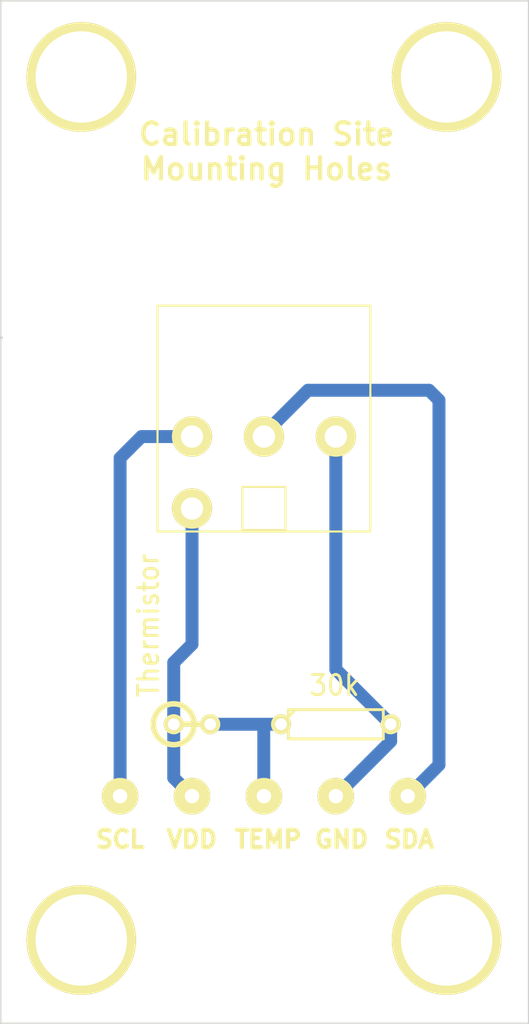
<source format=kicad_pcb>
(kicad_pcb (version 3) (host pcbnew "(2013-07-07 BZR 4022)-stable")

  (general
    (links 8)
    (no_connects 0)
    (area 231.649999 64.649999 268.450001 135.850001)
    (thickness 1.6)
    (drawings 11)
    (tracks 22)
    (zones 0)
    (modules 6)
    (nets 6)
  )

  (page A3)
  (layers
    (15 F.Cu signal)
    (0 B.Cu signal)
    (16 B.Adhes user)
    (17 F.Adhes user)
    (18 B.Paste user)
    (19 F.Paste user)
    (20 B.SilkS user)
    (21 F.SilkS user)
    (22 B.Mask user)
    (23 F.Mask user)
    (24 Dwgs.User user)
    (25 Cmts.User user)
    (26 Eco1.User user)
    (27 Eco2.User user)
    (28 Edge.Cuts user)
  )

  (setup
    (last_trace_width 0.9)
    (trace_clearance 0.254)
    (zone_clearance 0.8)
    (zone_45_only yes)
    (trace_min 0.254)
    (segment_width 0.2)
    (edge_width 0.1)
    (via_size 0.889)
    (via_drill 0.635)
    (via_min_size 0.889)
    (via_min_drill 0.508)
    (uvia_size 0.508)
    (uvia_drill 0.127)
    (uvias_allowed no)
    (uvia_min_size 0.508)
    (uvia_min_drill 0.127)
    (pcb_text_width 0.3)
    (pcb_text_size 1.5 1.5)
    (mod_edge_width 0.15)
    (mod_text_size 1 1)
    (mod_text_width 0.15)
    (pad_size 7.62 7.62)
    (pad_drill 6.35)
    (pad_to_mask_clearance 0)
    (aux_axis_origin 0 0)
    (visible_elements 7FFFFFFF)
    (pcbplotparams
      (layerselection 284196865)
      (usegerberextensions true)
      (excludeedgelayer true)
      (linewidth 0.150000)
      (plotframeref false)
      (viasonmask false)
      (mode 1)
      (useauxorigin false)
      (hpglpennumber 1)
      (hpglpenspeed 20)
      (hpglpendiameter 15)
      (hpglpenoverlay 2)
      (psnegative false)
      (psa4output false)
      (plotreference true)
      (plotvalue true)
      (plotothertext true)
      (plotinvisibletext false)
      (padsonsilk false)
      (subtractmaskfromsilk false)
      (outputformat 1)
      (mirror false)
      (drillshape 0)
      (scaleselection 1)
      (outputdirectory ../../../../../Desktop/))
  )

  (net 0 "")
  (net 1 AIN)
  (net 2 GND)
  (net 3 SCL)
  (net 4 SDA)
  (net 5 VDD)

  (net_class Default "This is the default net class."
    (clearance 0.254)
    (trace_width 0.9)
    (via_dia 0.889)
    (via_drill 0.635)
    (uvia_dia 0.508)
    (uvia_drill 0.127)
    (add_net "")
    (add_net AIN)
    (add_net GND)
    (add_net SCL)
    (add_net SDA)
    (add_net VDD)
  )

  (net_class Pour ""
    (clearance 0.5)
    (trace_width 0.8)
    (via_dia 0.889)
    (via_drill 0.635)
    (uvia_dia 0.508)
    (uvia_drill 0.127)
  )

  (module R3 (layer F.Cu) (tedit 55D25CC7) (tstamp 55B954E1)
    (at 255 115)
    (descr "Resitance 3 pas")
    (tags R)
    (path /55B950AE)
    (autoplace_cost180 10)
    (fp_text reference R2 (at 0 0.127) (layer F.SilkS) hide
      (effects (font (size 1.397 1.27) (thickness 0.2032)))
    )
    (fp_text value 30k (at -0.1 -2.7) (layer F.SilkS)
      (effects (font (size 1.397 1.27) (thickness 0.2032)))
    )
    (fp_line (start -3.81 0) (end -3.302 0) (layer F.SilkS) (width 0.2032))
    (fp_line (start 3.81 0) (end 3.302 0) (layer F.SilkS) (width 0.2032))
    (fp_line (start 3.302 0) (end 3.302 -1.016) (layer F.SilkS) (width 0.2032))
    (fp_line (start 3.302 -1.016) (end -3.302 -1.016) (layer F.SilkS) (width 0.2032))
    (fp_line (start -3.302 -1.016) (end -3.302 1.016) (layer F.SilkS) (width 0.2032))
    (fp_line (start -3.302 1.016) (end 3.302 1.016) (layer F.SilkS) (width 0.2032))
    (fp_line (start 3.302 1.016) (end 3.302 0) (layer F.SilkS) (width 0.2032))
    (fp_line (start -3.302 -0.508) (end -2.794 -1.016) (layer F.SilkS) (width 0.2032))
    (pad 1 thru_hole circle (at -3.81 0) (size 1.397 1.397) (drill 0.8128)
      (layers *.Cu *.Mask F.SilkS)
      (net 1 AIN)
    )
    (pad 2 thru_hole circle (at 3.81 0) (size 1.397 1.397) (drill 0.8128)
      (layers *.Cu *.Mask F.SilkS)
      (net 2 GND)
    )
    (model discret/resistor.wrl
      (at (xyz 0 0 0))
      (scale (xyz 0.3 0.3 0.3))
      (rotate (xyz 0 0 0))
    )
  )

  (module R1 (layer F.Cu) (tedit 56E9EBA8) (tstamp 55B954E9)
    (at 245 115)
    (descr "Resistance verticale")
    (tags R)
    (path /55B950A1)
    (autoplace_cost90 10)
    (autoplace_cost180 10)
    (fp_text reference R1 (at -1.016 2.54) (layer F.SilkS) hide
      (effects (font (size 1.397 1.27) (thickness 0.2032)))
    )
    (fp_text value Thermistor (at -3.0269 -6.8722 90) (layer F.SilkS)
      (effects (font (size 1.397 1.27) (thickness 0.2032)))
    )
    (fp_line (start -1.27 0) (end 1.27 0) (layer F.SilkS) (width 0.381))
    (fp_circle (center -1.27 0) (end -0.635 1.27) (layer F.SilkS) (width 0.381))
    (pad 1 thru_hole circle (at -1.27 0) (size 1.397 1.397) (drill 0.8128)
      (layers *.Cu *.Mask F.SilkS)
      (net 5 VDD)
    )
    (pad 2 thru_hole circle (at 1.27 0) (size 1.397 1.397) (drill 0.8128)
      (layers *.Cu *.Mask F.SilkS)
      (net 1 AIN)
    )
    (model discret/verti_resistor.wrl
      (at (xyz 0 0 0))
      (scale (xyz 1 1 1))
      (rotate (xyz 0 0 0))
    )
  )

  (module bolt_conn_host_single_supply (layer F.Cu) (tedit 55D25C9E) (tstamp 55B95EF0)
    (at 250 100)
    (path /55AD3B7B)
    (clearance 1.2)
    (fp_text reference P1 (at 0 -12) (layer F.SilkS) hide
      (effects (font (size 1 1) (thickness 0.15)))
    )
    (fp_text value BOLT_CONN_SINGLE_SUPP (at 0 -10) (layer F.SilkS) hide
      (effects (font (size 1 1) (thickness 0.15)))
    )
    (fp_line (start -7.4 1.5) (end -7.4 1.6) (layer F.SilkS) (width 0.15))
    (fp_line (start 7.4 1.4) (end 7.4 1.6) (layer F.SilkS) (width 0.15))
    (fp_line (start -7.4 1.6) (end 7.4 1.6) (layer F.SilkS) (width 0.15))
    (fp_line (start -7.4 -14.1) (end 7.4 -14.1) (layer F.SilkS) (width 0.15))
    (fp_line (start 7.4 -14.09) (end 7.4 1.48) (layer F.SilkS) (width 0.15))
    (fp_line (start -7.4 1.48) (end -7.4 -14.09) (layer F.SilkS) (width 0.15))
    (fp_line (start -1.5 -1.5) (end 1.5 -1.5) (layer F.SilkS) (width 0.15))
    (fp_line (start 1.5 -1.5) (end 1.5 1.5) (layer F.SilkS) (width 0.15))
    (fp_line (start 1.5 1.5) (end -1.5 1.5) (layer F.SilkS) (width 0.15))
    (fp_line (start -1.5 1.5) (end -1.5 -1.5) (layer F.SilkS) (width 0.15))
    (fp_line (start -1.5 -1.5) (end -1.5 -1) (layer F.SilkS) (width 0.15))
    (pad 4 thru_hole circle (at 0 -5) (size 2.8 2.8) (drill 1.55)
      (layers *.Cu F.SilkS F.Mask)
      (net 4 SDA)
    )
    (pad 2 thru_hole circle (at 5 -5) (size 2.8 2.8) (drill 1.55)
      (layers *.Cu F.SilkS F.Mask)
      (net 2 GND)
    )
    (pad 3 thru_hole circle (at -5 -5) (size 2.8 2.8) (drill 1.55)
      (layers *.Cu F.SilkS F.Mask)
      (net 3 SCL)
    )
    (pad 1 thru_hole circle (at -5 0) (size 2.8 2.8) (drill 1.55)
      (layers *.Cu F.SilkS F.Mask)
      (net 5 VDD)
    )
  )

  (module HCONN (layer F.Cu) (tedit 55D25CBF) (tstamp 55B957F3)
    (at 250 120)
    (path /55B95542)
    (fp_text reference HCONN1 (at 0 -3.6) (layer F.SilkS) hide
      (effects (font (size 1 1) (thickness 0.15)))
    )
    (fp_text value HOST_CONN (at 0 -5.7) (layer F.SilkS) hide
      (effects (font (size 1 1) (thickness 0.15)))
    )
    (pad 3 thru_hole circle (at -10 0) (size 2.54 2.54) (drill 1)
      (layers *.Cu *.Mask F.SilkS)
      (net 3 SCL)
    )
    (pad 1 thru_hole circle (at -5 0) (size 2.54 2.54) (drill 1)
      (layers *.Cu *.Mask F.SilkS)
      (net 5 VDD)
    )
    (pad 5 thru_hole circle (at 0 0) (size 2.54 2.54) (drill 1)
      (layers *.Cu *.Mask F.SilkS)
      (net 1 AIN)
    )
    (pad 2 thru_hole circle (at 5 0) (size 2.54 2.54) (drill 1)
      (layers *.Cu *.Mask F.SilkS)
      (net 2 GND)
    )
    (pad 4 thru_hole circle (at 10 0) (size 2.54 2.54) (drill 1)
      (layers *.Cu *.Mask F.SilkS)
      (net 4 SDA)
    )
  )

  (module CALIB_MOUNT_HOLES (layer F.Cu) (tedit 55D25DCC) (tstamp 55B95BA5)
    (at 250 130)
    (clearance 2)
    (fp_text reference CALIB_MOUNT_HOLES (at 0 0) (layer F.SilkS) hide
      (effects (font (size 1 1) (thickness 0.15)))
    )
    (fp_text value VAL** (at 0 0) (layer F.SilkS) hide
      (effects (font (size 1 1) (thickness 0.15)))
    )
    (pad "" np_thru_hole circle (at -12.7 0) (size 7.62 7.62) (drill 6.35)
      (layers *.Cu *.Mask F.SilkS)
      (clearance 3)
    )
    (pad "" np_thru_hole circle (at 12.7 0) (size 7.62 7.62) (drill 6.35)
      (layers *.Cu *.Mask F.SilkS)
      (solder_paste_margin -7.62)
      (clearance 3)
    )
  )

  (module CALIB_MOUNT_HOLES (layer F.Cu) (tedit 55D25DC3) (tstamp 55D25BCD)
    (at 250 70)
    (fp_text reference CALIB_MOUNT_HOLES (at 0 0) (layer F.SilkS) hide
      (effects (font (size 1 1) (thickness 0.15)))
    )
    (fp_text value VAL** (at 0 0) (layer F.SilkS) hide
      (effects (font (size 1 1) (thickness 0.15)))
    )
    (pad "" np_thru_hole circle (at -12.7 0) (size 7.62 7.62) (drill 6.35)
      (layers *.Cu *.Mask F.SilkS)
      (clearance 1.27)
    )
    (pad "" np_thru_hole circle (at 12.7 0) (size 7.62 7.62) (drill 6.35)
      (layers *.Cu *.Mask F.SilkS)
      (solder_paste_margin -7.62)
      (clearance 1.27)
    )
  )

  (gr_text "Calibration Site\nMounting Holes" (at 250.19 75.184) (layer F.SilkS)
    (effects (font (size 1.5 1.5) (thickness 0.3)))
  )
  (gr_text SDA (at 260.1 123) (layer F.SilkS)
    (effects (font (size 1.2 1.2) (thickness 0.3)))
  )
  (gr_text GND (at 255.4 123) (layer F.SilkS)
    (effects (font (size 1.2 1.2) (thickness 0.3)))
  )
  (gr_text TEMP (at 250.3 123) (layer F.SilkS)
    (effects (font (size 1.2 1.2) (thickness 0.3)))
  )
  (gr_text VDD (at 245 123) (layer F.SilkS)
    (effects (font (size 1.2 1.2) (thickness 0.3)))
  )
  (gr_text SCL (at 240 123) (layer F.SilkS)
    (effects (font (size 1.2 1.2) (thickness 0.3)))
  )
  (gr_line (start 268.4 64.7) (end 268.4 135.8) (angle 90) (layer Edge.Cuts) (width 0.1))
  (gr_line (start 231.7 64.7) (end 268.4 64.7) (angle 90) (layer Edge.Cuts) (width 0.1))
  (gr_line (start 231.7 135.8) (end 231.7 64.7) (angle 90) (layer Edge.Cuts) (width 0.1))
  (gr_line (start 231.8 88.09) (end 231.8 88.16) (angle 90) (layer Edge.Cuts) (width 0.1))
  (gr_line (start 231.75 135.79) (end 268.35 135.79) (angle 90) (layer Edge.Cuts) (width 0.1))

  (segment (start 249.99 115) (end 249.99 119.99) (width 0.9) (layer B.Cu) (net 1))
  (segment (start 249.99 119.99) (end 250 120) (width 0.9) (layer B.Cu) (net 1) (tstamp 55B95DE7))
  (segment (start 246.27 115) (end 249.99 115) (width 0.9) (layer B.Cu) (net 1))
  (segment (start 249.99 115) (end 251.19 115) (width 0.9) (layer B.Cu) (net 1) (tstamp 55B95DE5))
  (segment (start 258.81 115) (end 258.81 116.19) (width 0.9) (layer B.Cu) (net 2))
  (segment (start 258.81 116.19) (end 255 120) (width 0.9) (layer B.Cu) (net 2) (tstamp 55B960F6))
  (segment (start 255 95) (end 255 111.19) (width 0.9) (layer B.Cu) (net 2))
  (segment (start 255 111.19) (end 258.81 115) (width 0.9) (layer B.Cu) (net 2) (tstamp 55B95DD7))
  (segment (start 245 95) (end 241.49 95) (width 0.9) (layer B.Cu) (net 3))
  (segment (start 241.49 95) (end 240 96.49) (width 0.9) (layer B.Cu) (net 3) (tstamp 55B957FD))
  (segment (start 240 96.49) (end 240 120) (width 0.9) (layer B.Cu) (net 3) (tstamp 55B957FE))
  (segment (start 250 95) (end 250 94.84) (width 0.9) (layer B.Cu) (net 4))
  (segment (start 262.17 117.83) (end 260 120) (width 0.9) (layer B.Cu) (net 4) (tstamp 55B95DFC))
  (segment (start 262.17 92.47) (end 262.17 117.83) (width 0.9) (layer B.Cu) (net 4) (tstamp 55B95DF9))
  (segment (start 261.48 91.78) (end 262.17 92.47) (width 0.9) (layer B.Cu) (net 4) (tstamp 55B95DF7))
  (segment (start 253.06 91.78) (end 261.48 91.78) (width 0.9) (layer B.Cu) (net 4) (tstamp 55B95DF2))
  (segment (start 250 94.84) (end 253.06 91.78) (width 0.9) (layer B.Cu) (net 4) (tstamp 55B95DEE))
  (segment (start 243.73 115) (end 243.73 118.73) (width 0.9) (layer B.Cu) (net 5))
  (segment (start 243.73 118.73) (end 245 120) (width 0.9) (layer B.Cu) (net 5) (tstamp 55B95DEA))
  (segment (start 245 100) (end 245 109.44) (width 0.9) (layer B.Cu) (net 5))
  (segment (start 243.73 110.71) (end 243.73 115) (width 0.9) (layer B.Cu) (net 5) (tstamp 55B95DC7))
  (segment (start 245 109.44) (end 243.73 110.71) (width 0.9) (layer B.Cu) (net 5) (tstamp 55B95DC1))

  (zone (net 0) (net_name "") (layer B.Cu) (tstamp 55B95FE3) (hatch edge 0.508)
    (connect_pads (clearance 0.5))
    (min_thickness 0.2)
    (keepout (tracks not_allowed) (vias not_allowed) (copperpour not_allowed))
    (fill (arc_segments 16) (thermal_gap 0.508) (thermal_bridge_width 0.508))
    (polygon
      (pts
        (xy 246.91 97.11) (xy 253.53 97.11) (xy 253.53 103.75) (xy 246.61 103.75) (xy 246.61 97.19)
        (xy 246.72 97.19)
      )
    )
  )
  (zone (net 2) (net_name GND) (layer B.Cu) (tstamp 55D25C47) (hatch edge 0.508)
    (connect_pads (clearance 0.8))
    (min_thickness 0.2)
    (fill (arc_segments 16) (thermal_gap 0.508) (thermal_bridge_width 0.508))
    (polygon
      (pts
        (xy 231.9 75.3) (xy 268.3 75.3) (xy 268.3 122) (xy 231.8 122) (xy 231.8 75.3)
        (xy 231.9 75.3)
      )
    )
  )
)

</source>
